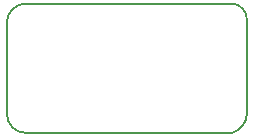
<source format=gbr>
G04 DipTrace 2.2.0.9*
%INBoardOutline.gbr*%
%MOIN*%
%ADD11C,0.0055*%
%FSLAX44Y44*%
%SFA1B1*%
%OFA0B0*%
G04*
G70*
G90*
G75*
G01*
%LNBoardOutline*%
%LPD*%
X3940Y7628D2*
D11*
G02X4565Y8253I641J-16D01*
G01*
X11441D1*
G02X11941Y7691I-31J-531D01*
G01*
Y4565D1*
G02X11441Y3940I-683J34D01*
G01*
X4565D1*
G02X3940Y4565I0J625D01*
G01*
Y7628D1*
M02*

</source>
